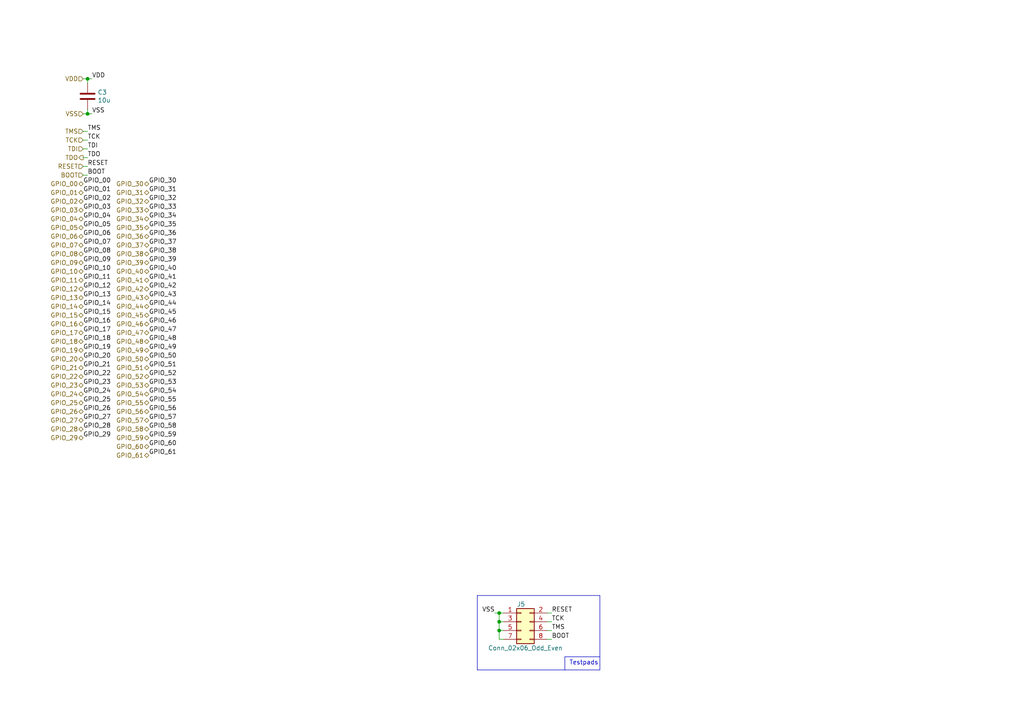
<source format=kicad_sch>
(kicad_sch (version 20231120) (generator "eeschema") (generator_version "8.0")
  (paper "A4")
  (lib_symbols
    (symbol "Connector_Generic:Conn_02x04_Odd_Even" (pin_names (offset 1.016) hide)
      (property "Reference" "J" (at 1.27 5.08 0))
      (property "Value" "Conn_02x04_Odd_Even" (at 1.27 -7.62 0))
      (symbol "Conn_02x04_Odd_Even_1_1"
        (rectangle (start -1.27 -4.953) (end 0 -5.207) (stroke (width 0.1524)))
        (rectangle (start -1.27 -2.413) (end 0 -2.667) (stroke (width 0.1524)))
        (rectangle (start -1.27 0.127) (end 0 -0.127) (stroke (width 0.1524)))
        (rectangle (start -1.27 2.667) (end 0 2.413) (stroke (width 0.1524)))
        (rectangle (start -1.27 3.81) (end 3.81 -6.35) (stroke (width 0.254)) (fill (type background)))
        (rectangle (start 3.81 -4.953) (end 2.54 -5.207) (stroke (width 0.1524)))
        (rectangle (start 3.81 -2.413) (end 2.54 -2.667) (stroke (width 0.1524)))
        (rectangle (start 3.81 0.127) (end 2.54 -0.127) (stroke (width 0.1524)))
        (rectangle (start 3.81 2.667) (end 2.54 2.413) (stroke (width 0.1524)))
        (pin passive line (at -5.08 2.54 0) (length 3.81) (name "Pin_1") (number "1"))
        (pin passive line (at 7.62 2.54 180) (length 3.81) (name "Pin_2") (number "2"))
        (pin passive line (at -5.08 0 0) (length 3.81) (name "Pin_3") (number "3"))
        (pin passive line (at 7.62 0 180) (length 3.81) (name "Pin_4") (number "4"))
        (pin passive line (at -5.08 -2.54 0) (length 3.81) (name "Pin_5") (number "5"))
        (pin passive line (at 7.62 -2.54 180) (length 3.81) (name "Pin_6") (number "6"))
        (pin passive line (at -5.08 -5.08 0) (length 3.81) (name "Pin_7") (number "7"))
        (pin passive line (at 7.62 -5.08 180) (length 3.81) (name "Pin_8") (number "8"))
      )
    )
    (symbol "Device:C" (pin_numbers hide) (pin_names (offset 0.254))
      (property "Reference" "C" (at 0.635 2.54 0))
      (property "Value" "C" (at 0.635 -2.54 0))
      (symbol "C_0_1"
        (polyline (pts (xy -2.032 -0.762) (xy 2.032 -0.762)) (stroke (width 0.508)))
        (polyline (pts (xy -2.032 0.762) (xy 2.032 0.762)) (stroke (width 0.508)))
      )
      (symbol "C_1_1"
        (pin passive line (at 0 3.81 270) (length 2.794) (name "~") (number "1"))
        (pin passive line (at 0 -3.81 90) (length 2.794) (name "~") (number "2"))
      )
    )
  )
  (junction (at 144.78 177.8))
  (junction (at 144.78 180.34))
  (junction (at 144.78 182.88))
  (junction (at 25.4 33.02))
  (junction (at 25.4 22.86))
  (wire (pts (xy 144.78 177.8) (xy 144.78 180.34)))
  (wire (pts (xy 158.75 182.88) (xy 160.02 182.88)))
  (polyline (pts (xy 138.43 194.31) (xy 173.99 194.31)))
  (wire (pts (xy 26.67 33.02) (xy 25.4 33.02)))
  (wire (pts (xy 144.78 177.8) (xy 146.05 177.8)))
  (wire (pts (xy 144.78 182.88) (xy 144.78 185.42)))
  (wire (pts (xy 24.13 33.02) (xy 25.4 33.02)))
  (wire (pts (xy 158.75 180.34) (xy 160.02 180.34)))
  (wire (pts (xy 24.13 43.18) (xy 25.4 43.18)))
  (wire (pts (xy 25.4 33.02) (xy 25.4 31.75)))
  (wire (pts (xy 144.78 180.34) (xy 144.78 182.88)))
  (wire (pts (xy 158.75 177.8) (xy 160.02 177.8)))
  (polyline (pts (xy 173.99 193.04) (xy 173.99 172.72)))
  (polyline (pts (xy 173.99 193.04) (xy 173.99 194.31)))
  (wire (pts (xy 25.4 40.64) (xy 24.13 40.64)))
  (wire (pts (xy 143.51 177.8) (xy 144.78 177.8)))
  (wire (pts (xy 24.13 50.8) (xy 25.4 50.8)))
  (wire (pts (xy 144.78 182.88) (xy 146.05 182.88)))
  (wire (pts (xy 24.13 48.26) (xy 25.4 48.26)))
  (wire (pts (xy 25.4 45.72) (xy 24.13 45.72)))
  (wire (pts (xy 24.13 38.1) (xy 25.4 38.1)))
  (wire (pts (xy 26.67 22.86) (xy 25.4 22.86)))
  (wire (pts (xy 158.75 185.42) (xy 160.02 185.42)))
  (wire (pts (xy 24.13 22.86) (xy 25.4 22.86)))
  (polyline (pts (xy 138.43 172.72) (xy 138.43 194.31)))
  (wire (pts (xy 25.4 22.86) (xy 25.4 24.13)))
  (polyline (pts (xy 173.99 172.72) (xy 138.43 172.72)))
  (polyline (pts (xy 163.83 190.5) (xy 163.83 194.31)))
  (polyline (pts (xy 173.99 190.5) (xy 163.83 190.5)))
  (wire (pts (xy 144.78 180.34) (xy 146.05 180.34)))
  (wire (pts (xy 144.78 185.42) (xy 146.05 185.42)))
  (text "Testpads" (at 165.1 193.04 0) (effects (font (size 1.27 1.27)) (justify left bottom)))
  (label "VSS" (at 26.67 33.02 0))
  (label "RESET" (at 160.02 177.8 0))
  (label "GPIO_08" (at 24.13 73.66 0))
  (label "BOOT" (at 160.02 185.42 0))
  (label "GPIO_12" (at 24.13 83.82 0))
  (label "GPIO_52" (at 43.18 109.22 0))
  (label "GPIO_39" (at 43.18 76.2 0))
  (label "VSS" (at 143.51 177.8 180))
  (label "GPIO_28" (at 24.13 124.46 0))
  (label "GPIO_27" (at 24.13 121.92 0))
  (label "GPIO_20" (at 24.13 104.14 0))
  (label "GPIO_36" (at 43.18 68.58 0))
  (label "GPIO_09" (at 24.13 76.2 0))
  (label "GPIO_56" (at 43.18 119.38 0))
  (label "GPIO_44" (at 43.18 88.9 0))
  (label "GPIO_16" (at 24.13 93.98 0))
  (label "TCK" (at 25.4 40.64 0))
  (label "GPIO_40" (at 43.18 78.74 0))
  (label "GPIO_50" (at 43.18 104.14 0))
  (label "GPIO_61" (at 43.18 132.08 0))
  (label "GPIO_30" (at 43.18 53.34 0))
  (label "GPIO_42" (at 43.18 83.82 0))
  (label "GPIO_31" (at 43.18 55.88 0))
  (label "GPIO_47" (at 43.18 96.52 0))
  (label "GPIO_00" (at 24.13 53.34 0))
  (label "GPIO_43" (at 43.18 86.36 0))
  (label "GPIO_02" (at 24.13 58.42 0))
  (label "GPIO_25" (at 24.13 116.84 0))
  (label "GPIO_60" (at 43.18 129.54 0))
  (label "GPIO_29" (at 24.13 127 0))
  (label "GPIO_41" (at 43.18 81.28 0))
  (label "GPIO_13" (at 24.13 86.36 0))
  (label "GPIO_53" (at 43.18 111.76 0))
  (label "GPIO_10" (at 24.13 78.74 0))
  (label "TDO" (at 25.4 45.72 0))
  (label "GPIO_24" (at 24.13 114.3 0))
  (label "GPIO_19" (at 24.13 101.6 0))
  (label "GPIO_22" (at 24.13 109.22 0))
  (label "GPIO_58" (at 43.18 124.46 0))
  (label "GPIO_11" (at 24.13 81.28 0))
  (label "GPIO_59" (at 43.18 127 0))
  (label "GPIO_37" (at 43.18 71.12 0))
  (label "GPIO_48" (at 43.18 99.06 0))
  (label "GPIO_32" (at 43.18 58.42 0))
  (label "GPIO_45" (at 43.18 91.44 0))
  (label "GPIO_57" (at 43.18 121.92 0))
  (label "TDI" (at 25.4 43.18 0))
  (label "GPIO_23" (at 24.13 111.76 0))
  (label "GPIO_54" (at 43.18 114.3 0))
  (label "GPIO_34" (at 43.18 63.5 0))
  (label "TMS" (at 160.02 182.88 0))
  (label "GPIO_33" (at 43.18 60.96 0))
  (label "GPIO_21" (at 24.13 106.68 0))
  (label "GPIO_03" (at 24.13 60.96 0))
  (label "GPIO_01" (at 24.13 55.88 0))
  (label "GPIO_49" (at 43.18 101.6 0))
  (label "GPIO_15" (at 24.13 91.44 0))
  (label "GPIO_04" (at 24.13 63.5 0))
  (label "GPIO_35" (at 43.18 66.04 0))
  (label "GPIO_38" (at 43.18 73.66 0))
  (label "GPIO_14" (at 24.13 88.9 0))
  (label "GPIO_55" (at 43.18 116.84 0))
  (label "GPIO_46" (at 43.18 93.98 0))
  (label "BOOT" (at 25.4 50.8 0))
  (label "GPIO_17" (at 24.13 96.52 0))
  (label "GPIO_51" (at 43.18 106.68 0))
  (label "TCK" (at 160.02 180.34 0))
  (label "GPIO_06" (at 24.13 68.58 0))
  (label "GPIO_18" (at 24.13 99.06 0))
  (label "GPIO_07" (at 24.13 71.12 0))
  (label "RESET" (at 25.4 48.26 0))
  (label "GPIO_05" (at 24.13 66.04 0))
  (label "TMS" (at 25.4 38.1 0))
  (label "VDD" (at 26.67 22.86 0))
  (label "GPIO_26" (at 24.13 119.38 0))
  (hierarchical_label "GPIO_30" (shape bidirectional) (at 43.18 53.34 180))
  (hierarchical_label "GPIO_12" (shape bidirectional) (at 24.13 83.82 180))
  (hierarchical_label "GPIO_15" (shape bidirectional) (at 24.13 91.44 180))
  (hierarchical_label "GPIO_39" (shape bidirectional) (at 43.18 76.2 180))
  (hierarchical_label "GPIO_21" (shape bidirectional) (at 24.13 106.68 180))
  (hierarchical_label "GPIO_40" (shape bidirectional) (at 43.18 78.74 180))
  (hierarchical_label "VSS" (shape input) (at 24.13 33.02 180))
  (hierarchical_label "GPIO_02" (shape bidirectional) (at 24.13 58.42 180))
  (hierarchical_label "TDI" (shape input) (at 24.13 43.18 180))
  (hierarchical_label "GPIO_35" (shape bidirectional) (at 43.18 66.04 180))
  (hierarchical_label "GPIO_03" (shape bidirectional) (at 24.13 60.96 180))
  (hierarchical_label "GPIO_20" (shape bidirectional) (at 24.13 104.14 180))
  (hierarchical_label "GPIO_17" (shape bidirectional) (at 24.13 96.52 180))
  (hierarchical_label "GPIO_32" (shape bidirectional) (at 43.18 58.42 180))
  (hierarchical_label "GPIO_60" (shape bidirectional) (at 43.18 129.54 180))
  (hierarchical_label "GPIO_05" (shape bidirectional) (at 24.13 66.04 180))
  (hierarchical_label "GPIO_48" (shape bidirectional) (at 43.18 99.06 180))
  (hierarchical_label "GPIO_11" (shape bidirectional) (at 24.13 81.28 180))
  (hierarchical_label "GPIO_06" (shape bidirectional) (at 24.13 68.58 180))
  (hierarchical_label "GPIO_23" (shape bidirectional) (at 24.13 111.76 180))
  (hierarchical_label "GPIO_34" (shape bidirectional) (at 43.18 63.5 180))
  (hierarchical_label "GPIO_27" (shape bidirectional) (at 24.13 121.92 180))
  (hierarchical_label "BOOT" (shape input) (at 24.13 50.8 180))
  (hierarchical_label "GPIO_22" (shape bidirectional) (at 24.13 109.22 180))
  (hierarchical_label "TCK" (shape input) (at 24.13 40.64 180))
  (hierarchical_label "GPIO_38" (shape bidirectional) (at 43.18 73.66 180))
  (hierarchical_label "GPIO_13" (shape bidirectional) (at 24.13 86.36 180))
  (hierarchical_label "GPIO_42" (shape bidirectional) (at 43.18 83.82 180))
  (hierarchical_label "GPIO_24" (shape bidirectional) (at 24.13 114.3 180))
  (hierarchical_label "GPIO_61" (shape bidirectional) (at 43.18 132.08 180))
  (hierarchical_label "TMS" (shape input) (at 24.13 38.1 180))
  (hierarchical_label "GPIO_43" (shape bidirectional) (at 43.18 86.36 180))
  (hierarchical_label "GPIO_10" (shape bidirectional) (at 24.13 78.74 180))
  (hierarchical_label "GPIO_00" (shape bidirectional) (at 24.13 53.34 180))
  (hierarchical_label "GPIO_37" (shape bidirectional) (at 43.18 71.12 180))
  (hierarchical_label "GPIO_55" (shape bidirectional) (at 43.18 116.84 180))
  (hierarchical_label "GPIO_41" (shape bidirectional) (at 43.18 81.28 180))
  (hierarchical_label "GPIO_25" (shape bidirectional) (at 24.13 116.84 180))
  (hierarchical_label "GPIO_04" (shape bidirectional) (at 24.13 63.5 180))
  (hierarchical_label "GPIO_47" (shape bidirectional) (at 43.18 96.52 180))
  (hierarchical_label "GPIO_45" (shape bidirectional) (at 43.18 91.44 180))
  (hierarchical_label "GPIO_46" (shape bidirectional) (at 43.18 93.98 180))
  (hierarchical_label "GPIO_19" (shape bidirectional) (at 24.13 101.6 180))
  (hierarchical_label "GPIO_36" (shape bidirectional) (at 43.18 68.58 180))
  (hierarchical_label "GPIO_14" (shape bidirectional) (at 24.13 88.9 180))
  (hierarchical_label "GPIO_07" (shape bidirectional) (at 24.13 71.12 180))
  (hierarchical_label "GPIO_51" (shape bidirectional) (at 43.18 106.68 180))
  (hierarchical_label "GPIO_52" (shape bidirectional) (at 43.18 109.22 180))
  (hierarchical_label "GPIO_49" (shape bidirectional) (at 43.18 101.6 180))
  (hierarchical_label "VDD" (shape input) (at 24.13 22.86 180))
  (hierarchical_label "GPIO_26" (shape bidirectional) (at 24.13 119.38 180))
  (hierarchical_label "RESET" (shape input) (at 24.13 48.26 180))
  (hierarchical_label "GPIO_44" (shape bidirectional) (at 43.18 88.9 180))
  (hierarchical_label "GPIO_01" (shape bidirectional) (at 24.13 55.88 180))
  (hierarchical_label "GPIO_28" (shape bidirectional) (at 24.13 124.46 180))
  (hierarchical_label "GPIO_53" (shape bidirectional) (at 43.18 111.76 180))
  (hierarchical_label "GPIO_33" (shape bidirectional) (at 43.18 60.96 180))
  (hierarchical_label "GPIO_16" (shape bidirectional) (at 24.13 93.98 180))
  (hierarchical_label "GPIO_50" (shape bidirectional) (at 43.18 104.14 180))
  (hierarchical_label "GPIO_56" (shape bidirectional) (at 43.18 119.38 180))
  (hierarchical_label "GPIO_58" (shape bidirectional) (at 43.18 124.46 180))
  (hierarchical_label "GPIO_18" (shape bidirectional) (at 24.13 99.06 180))
  (hierarchical_label "GPIO_59" (shape bidirectional) (at 43.18 127 180))
  (hierarchical_label "GPIO_31" (shape bidirectional) (at 43.18 55.88 180))
  (hierarchical_label "GPIO_54" (shape bidirectional) (at 43.18 114.3 180))
  (hierarchical_label "GPIO_29" (shape bidirectional) (at 24.13 127 180))
  (hierarchical_label "TDO" (shape output) (at 24.13 45.72 180))
  (hierarchical_label "GPIO_09" (shape bidirectional) (at 24.13 76.2 180))
  (hierarchical_label "GPIO_08" (shape bidirectional) (at 24.13 73.66 180))
  (hierarchical_label "GPIO_57" (shape bidirectional) (at 43.18 121.92 180))
  (symbol (lib_id "Device:C") (at 25.4 27.94 0) (unit 1)
    (property "Reference" "C3" (at 28.321 26.7716 0) (effects (justify left)))
    (property "Value" "10u" (at 28.321 29.083 0) (effects (justify left)))
    (property "Footprint" "SquantorCapacitor:C_0603" (effects (hide yes)))
  )
  (symbol (lib_id "Connector_Generic:Conn_02x04_Odd_Even") (at 151.13 180.34 0) (unit 1)
    (property "Reference" "J5" (at 151.13 175.26 0))
    (property "Value" "Conn_02x06_Odd_Even" (at 152.4 187.96 0))
    (property "Footprint" "SquantorConnectors:Header-0127-2X04-H006" (effects (hide yes)))
  )
)
</source>
